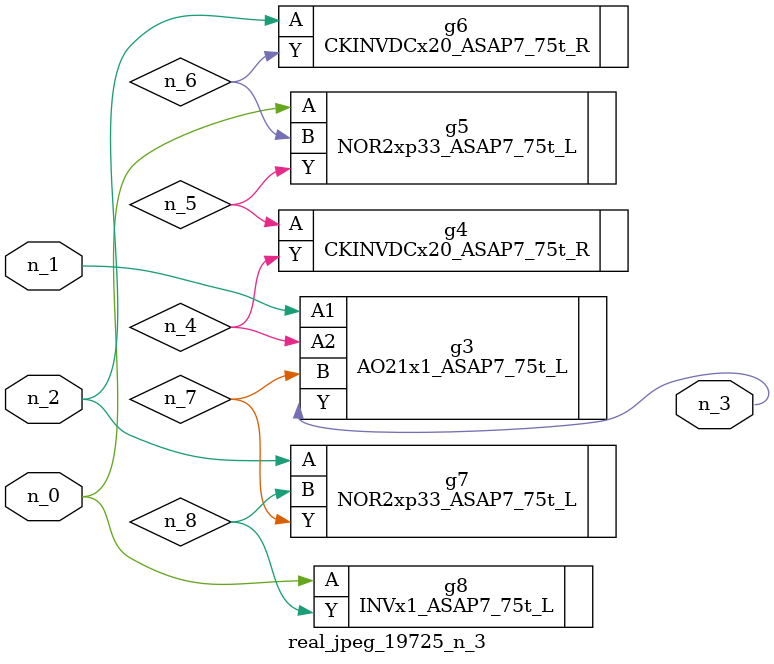
<source format=v>
module real_jpeg_19725_n_3 (n_1, n_0, n_2, n_3);

input n_1;
input n_0;
input n_2;

output n_3;

wire n_5;
wire n_4;
wire n_8;
wire n_6;
wire n_7;

NOR2xp33_ASAP7_75t_L g5 ( 
.A(n_0),
.B(n_6),
.Y(n_5)
);

INVx1_ASAP7_75t_L g8 ( 
.A(n_0),
.Y(n_8)
);

AO21x1_ASAP7_75t_L g3 ( 
.A1(n_1),
.A2(n_4),
.B(n_7),
.Y(n_3)
);

CKINVDCx20_ASAP7_75t_R g6 ( 
.A(n_2),
.Y(n_6)
);

NOR2xp33_ASAP7_75t_L g7 ( 
.A(n_2),
.B(n_8),
.Y(n_7)
);

CKINVDCx20_ASAP7_75t_R g4 ( 
.A(n_5),
.Y(n_4)
);


endmodule
</source>
